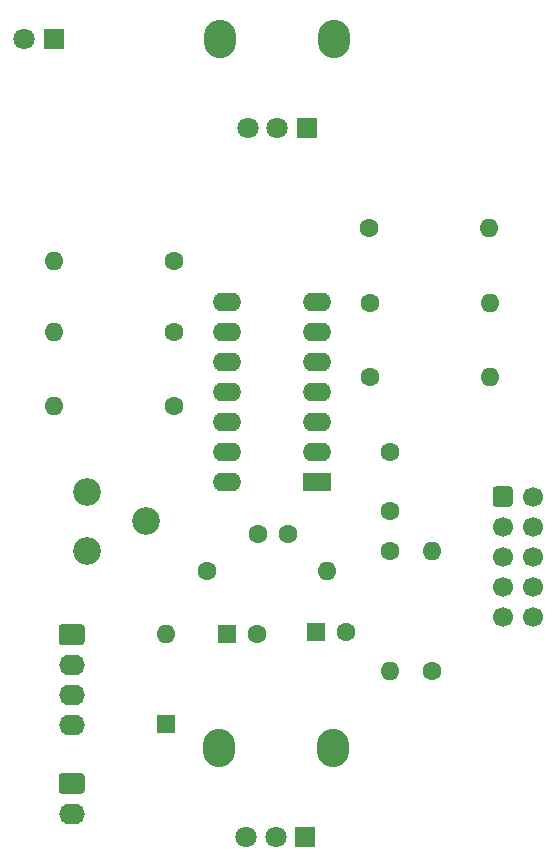
<source format=gbr>
%TF.GenerationSoftware,KiCad,Pcbnew,5.1.10-88a1d61d58~90~ubuntu21.04.1*%
%TF.CreationDate,2021-10-08T21:36:15+02:00*%
%TF.ProjectId,lfo,6c666f2e-6b69-4636-9164-5f7063625858,v1.0.0*%
%TF.SameCoordinates,Original*%
%TF.FileFunction,Soldermask,Top*%
%TF.FilePolarity,Negative*%
%FSLAX46Y46*%
G04 Gerber Fmt 4.6, Leading zero omitted, Abs format (unit mm)*
G04 Created by KiCad (PCBNEW 5.1.10-88a1d61d58~90~ubuntu21.04.1) date 2021-10-08 21:36:15*
%MOMM*%
%LPD*%
G01*
G04 APERTURE LIST*
%ADD10O,2.400000X1.600000*%
%ADD11R,2.400000X1.600000*%
%ADD12O,2.720000X3.240000*%
%ADD13C,1.800000*%
%ADD14R,1.800000X1.800000*%
%ADD15C,2.340000*%
%ADD16O,1.600000X1.600000*%
%ADD17C,1.600000*%
%ADD18C,1.700000*%
%ADD19O,2.190000X1.740000*%
%ADD20R,1.600000X1.600000*%
G04 APERTURE END LIST*
D10*
%TO.C,U1*%
X93380000Y-81000000D03*
X101000000Y-65760000D03*
X93380000Y-78460000D03*
X101000000Y-68300000D03*
X93380000Y-75920000D03*
X101000000Y-70840000D03*
X93380000Y-73380000D03*
X101000000Y-73380000D03*
X93380000Y-70840000D03*
X101000000Y-75920000D03*
X93380000Y-68300000D03*
X101000000Y-78460000D03*
X93380000Y-65760000D03*
D11*
X101000000Y-81000000D03*
%TD*%
D12*
%TO.C,RV3*%
X102300000Y-103500000D03*
X92700000Y-103500000D03*
D13*
X95000000Y-111000000D03*
X97500000Y-111000000D03*
D14*
X100000000Y-111000000D03*
%TD*%
D12*
%TO.C,RV2*%
X102400000Y-43500000D03*
X92800000Y-43500000D03*
D13*
X95100000Y-51000000D03*
X97600000Y-51000000D03*
D14*
X100100000Y-51000000D03*
%TD*%
D15*
%TO.C,RV1*%
X81500000Y-81800000D03*
X86500000Y-84300000D03*
X81500000Y-86800000D03*
%TD*%
D16*
%TO.C,R10*%
X110700000Y-86840000D03*
D17*
X110700000Y-97000000D03*
%TD*%
D16*
%TO.C,R9*%
X107200000Y-96960000D03*
D17*
X107200000Y-86800000D03*
%TD*%
D16*
%TO.C,R7*%
X78740000Y-62300000D03*
D17*
X88900000Y-62300000D03*
%TD*%
D16*
%TO.C,R6*%
X115660000Y-65800000D03*
D17*
X105500000Y-65800000D03*
%TD*%
D16*
%TO.C,R5*%
X101860000Y-88500000D03*
D17*
X91700000Y-88500000D03*
%TD*%
D16*
%TO.C,R4*%
X78740000Y-68300000D03*
D17*
X88900000Y-68300000D03*
%TD*%
D16*
%TO.C,R3*%
X78740000Y-74500000D03*
D17*
X88900000Y-74500000D03*
%TD*%
D16*
%TO.C,R2*%
X115660000Y-72100000D03*
D17*
X105500000Y-72100000D03*
%TD*%
D16*
%TO.C,R1*%
X115560000Y-59500000D03*
D17*
X105400000Y-59500000D03*
%TD*%
D18*
%TO.C,J3*%
X119240000Y-92360000D03*
X119240000Y-89820000D03*
X119240000Y-87280000D03*
X119240000Y-84740000D03*
X119240000Y-82200000D03*
X116700000Y-92360000D03*
X116700000Y-89820000D03*
X116700000Y-87280000D03*
X116700000Y-84740000D03*
G36*
G01*
X115850000Y-82800000D02*
X115850000Y-81600000D01*
G75*
G02*
X116100000Y-81350000I250000J0D01*
G01*
X117300000Y-81350000D01*
G75*
G02*
X117550000Y-81600000I0J-250000D01*
G01*
X117550000Y-82800000D01*
G75*
G02*
X117300000Y-83050000I-250000J0D01*
G01*
X116100000Y-83050000D01*
G75*
G02*
X115850000Y-82800000I0J250000D01*
G01*
G37*
%TD*%
D19*
%TO.C,J2*%
X80200000Y-109040000D03*
G36*
G01*
X79354999Y-105630000D02*
X81045001Y-105630000D01*
G75*
G02*
X81295000Y-105879999I0J-249999D01*
G01*
X81295000Y-107120001D01*
G75*
G02*
X81045001Y-107370000I-249999J0D01*
G01*
X79354999Y-107370000D01*
G75*
G02*
X79105000Y-107120001I0J249999D01*
G01*
X79105000Y-105879999D01*
G75*
G02*
X79354999Y-105630000I249999J0D01*
G01*
G37*
%TD*%
%TO.C,J1*%
X80200000Y-101520000D03*
X80200000Y-98980000D03*
X80200000Y-96440000D03*
G36*
G01*
X79354999Y-93030000D02*
X81045001Y-93030000D01*
G75*
G02*
X81295000Y-93279999I0J-249999D01*
G01*
X81295000Y-94520001D01*
G75*
G02*
X81045001Y-94770000I-249999J0D01*
G01*
X79354999Y-94770000D01*
G75*
G02*
X79105000Y-94520001I0J249999D01*
G01*
X79105000Y-93279999D01*
G75*
G02*
X79354999Y-93030000I249999J0D01*
G01*
G37*
%TD*%
D16*
%TO.C,D2*%
X88200000Y-93880000D03*
D20*
X88200000Y-101500000D03*
%TD*%
D13*
%TO.C,D1*%
X76160000Y-43500000D03*
D14*
X78700000Y-43500000D03*
%TD*%
D17*
%TO.C,C4*%
X95900000Y-93800000D03*
D20*
X93400000Y-93800000D03*
%TD*%
D17*
%TO.C,C3*%
X103400000Y-93700000D03*
D20*
X100900000Y-93700000D03*
%TD*%
D17*
%TO.C,C2*%
X96000000Y-85400000D03*
X98500000Y-85400000D03*
%TD*%
%TO.C,C1*%
X107200000Y-78400000D03*
X107200000Y-83400000D03*
%TD*%
M02*

</source>
